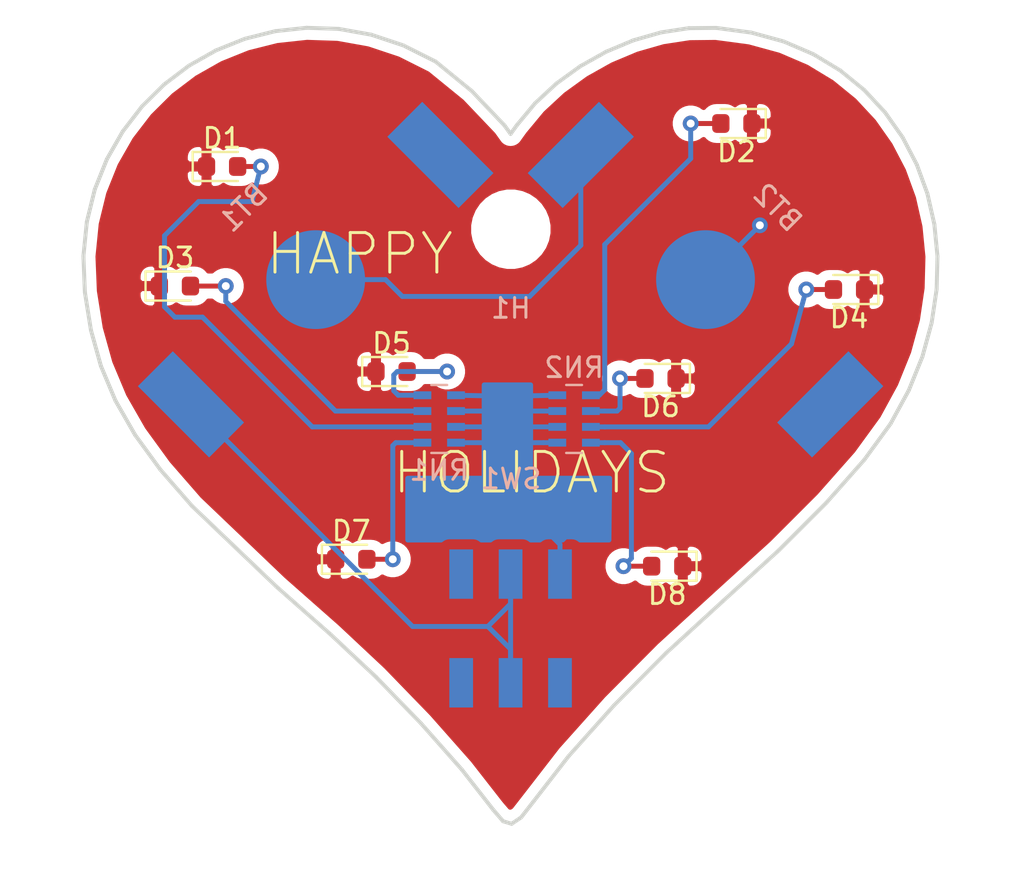
<source format=kicad_pcb>
(kicad_pcb (version 20171130) (host pcbnew "(5.1.5)-3")

  (general
    (thickness 1.6)
    (drawings 71)
    (tracks 89)
    (zones 0)
    (modules 14)
    (nets 16)
  )

  (page A4)
  (layers
    (0 F.Cu signal)
    (31 B.Cu signal)
    (32 B.Adhes user)
    (33 F.Adhes user)
    (34 B.Paste user)
    (35 F.Paste user)
    (36 B.SilkS user)
    (37 F.SilkS user)
    (38 B.Mask user)
    (39 F.Mask user)
    (40 Dwgs.User user)
    (41 Cmts.User user)
    (42 Eco1.User user)
    (43 Eco2.User user)
    (44 Edge.Cuts user)
    (45 Margin user)
    (46 B.CrtYd user)
    (47 F.CrtYd user)
    (48 B.Fab user)
    (49 F.Fab user)
  )

  (setup
    (last_trace_width 0.25)
    (trace_clearance 0.2)
    (zone_clearance 0.508)
    (zone_45_only no)
    (trace_min 0.2)
    (via_size 0.8)
    (via_drill 0.4)
    (via_min_size 0.4)
    (via_min_drill 0.3)
    (uvia_size 0.3)
    (uvia_drill 0.1)
    (uvias_allowed no)
    (uvia_min_size 0.2)
    (uvia_min_drill 0.1)
    (edge_width 0.05)
    (segment_width 0.2)
    (pcb_text_width 0.3)
    (pcb_text_size 1.5 1.5)
    (mod_edge_width 0.12)
    (mod_text_size 1 1)
    (mod_text_width 0.15)
    (pad_size 1.524 1.524)
    (pad_drill 0.762)
    (pad_to_mask_clearance 0.051)
    (solder_mask_min_width 0.25)
    (aux_axis_origin 0 0)
    (visible_elements 7FFFFFFF)
    (pcbplotparams
      (layerselection 0x010fc_ffffffff)
      (usegerberextensions false)
      (usegerberattributes false)
      (usegerberadvancedattributes false)
      (creategerberjobfile false)
      (excludeedgelayer true)
      (linewidth 0.100000)
      (plotframeref false)
      (viasonmask false)
      (mode 1)
      (useauxorigin false)
      (hpglpennumber 1)
      (hpglpenspeed 20)
      (hpglpendiameter 15.000000)
      (psnegative false)
      (psa4output false)
      (plotreference true)
      (plotvalue true)
      (plotinvisibletext false)
      (padsonsilk false)
      (subtractmaskfromsilk false)
      (outputformat 1)
      (mirror false)
      (drillshape 0)
      (scaleselection 1)
      (outputdirectory "gerbers/"))
  )

  (net 0 "")
  (net 1 GNDREF)
  (net 2 "Net-(D1-Pad2)")
  (net 3 "Net-(D2-Pad2)")
  (net 4 "Net-(D3-Pad2)")
  (net 5 "Net-(D4-Pad2)")
  (net 6 "Net-(D5-Pad2)")
  (net 7 "Net-(D6-Pad2)")
  (net 8 "Net-(D7-Pad2)")
  (net 9 "Net-(D8-Pad2)")
  (net 10 3v3)
  (net 11 "Net-(SW1-Pad6)")
  (net 12 "Net-(BT1-Pad1)")
  (net 13 "Net-(SW1-Pad4)")
  (net 14 "Net-(SW1-Pad3)")
  (net 15 "Net-(BT1-Pad2)")

  (net_class Default "This is the default net class."
    (clearance 0.2)
    (trace_width 0.25)
    (via_dia 0.8)
    (via_drill 0.4)
    (uvia_dia 0.3)
    (uvia_drill 0.1)
    (add_net 3v3)
    (add_net GNDREF)
    (add_net "Net-(BT1-Pad1)")
    (add_net "Net-(BT1-Pad2)")
    (add_net "Net-(D1-Pad2)")
    (add_net "Net-(D2-Pad2)")
    (add_net "Net-(D3-Pad2)")
    (add_net "Net-(D4-Pad2)")
    (add_net "Net-(D5-Pad2)")
    (add_net "Net-(D6-Pad2)")
    (add_net "Net-(D7-Pad2)")
    (add_net "Net-(D8-Pad2)")
    (add_net "Net-(SW1-Pad3)")
    (add_net "Net-(SW1-Pad4)")
    (add_net "Net-(SW1-Pad6)")
  )

  (module MountingHole:MountingHole_3mm (layer B.Cu) (tedit 56D1B4CB) (tstamp 5F9299C1)
    (at 105.125 28.15)
    (descr "Mounting Hole 3mm, no annular")
    (tags "mounting hole 3mm no annular")
    (path /5F925250)
    (attr virtual)
    (fp_text reference H1 (at 0 4) (layer B.SilkS)
      (effects (font (size 1 1) (thickness 0.15)) (justify mirror))
    )
    (fp_text value MountingHole (at 0 -4) (layer B.Fab)
      (effects (font (size 1 1) (thickness 0.15)) (justify mirror))
    )
    (fp_circle (center 0 0) (end 3.25 0) (layer B.CrtYd) (width 0.05))
    (fp_circle (center 0 0) (end 3 0) (layer Cmts.User) (width 0.15))
    (fp_text user %R (at 0.3 0) (layer B.Fab)
      (effects (font (size 1 1) (thickness 0.15)) (justify mirror))
    )
    (pad 1 np_thru_hole circle (at 0 0) (size 3 3) (drill 3) (layers *.Cu *.Mask))
  )

  (module BHX1-LR44-SM-Battery-Holder:BHX1-LR44-SM (layer B.Cu) (tedit 5F8E3BBC) (tstamp 5F8F7B4A)
    (at 114.975 30.7 135)
    (path /5F8FC5F6)
    (fp_text reference BT2 (at 0 5.1562 315) (layer B.SilkS)
      (effects (font (size 1 1) (thickness 0.15)) (justify mirror))
    )
    (fp_text value Battery_Cell (at -0.0254 -4.3434 315) (layer B.Fab)
      (effects (font (size 1 1) (thickness 0.15)) (justify mirror))
    )
    (pad 1 smd rect (at -8.925 0 135) (size 2.5 5.1) (layers B.Cu B.Paste B.Mask)
      (net 15 "Net-(BT1-Pad2)"))
    (pad 1 smd rect (at 8.925 0 135) (size 2.5 5.1) (layers B.Cu B.Paste B.Mask)
      (net 15 "Net-(BT1-Pad2)"))
    (pad 2 smd circle (at 0 0 135) (size 5 5) (layers B.Cu B.Paste B.Mask)
      (net 1 GNDREF))
  )

  (module BHX1-LR44-SM-Battery-Holder:BHX1-LR44-SM (layer B.Cu) (tedit 5F8E3BBC) (tstamp 5F8CE49D)
    (at 95.248402 30.7 225)
    (path /5F8C8C7A)
    (fp_text reference BT1 (at 0 5.1562 225) (layer B.SilkS)
      (effects (font (size 1 1) (thickness 0.15)) (justify mirror))
    )
    (fp_text value Battery_Cell (at -0.0254 -4.3434 225) (layer B.Fab)
      (effects (font (size 1 1) (thickness 0.15)) (justify mirror))
    )
    (pad 1 smd rect (at -8.925 0 225) (size 2.5 5.1) (layers B.Cu B.Paste B.Mask)
      (net 12 "Net-(BT1-Pad1)"))
    (pad 1 smd rect (at 8.925 0 225) (size 2.5 5.1) (layers B.Cu B.Paste B.Mask)
      (net 12 "Net-(BT1-Pad1)"))
    (pad 2 smd circle (at 0 0 225) (size 5 5) (layers B.Cu B.Paste B.Mask)
      (net 15 "Net-(BT1-Pad2)"))
  )

  (module JS202011SCQN:JS202011SCQN (layer B.Cu) (tedit 5E631814) (tstamp 5F8D3CE3)
    (at 105.111701 48.35 180)
    (path /5F8C9BC2)
    (fp_text reference SW1 (at -0.0254 7.5692) (layer B.SilkS)
      (effects (font (size 1 1) (thickness 0.15)) (justify mirror))
    )
    (fp_text value SW_Push_DPDT (at 0 5.8166) (layer B.Fab)
      (effects (font (size 1 1) (thickness 0.15)) (justify mirror))
    )
    (pad 6 smd rect (at 2.5 -2.75 180) (size 1.2 2.5) (layers B.Cu B.Paste B.Mask)
      (net 11 "Net-(SW1-Pad6)"))
    (pad 5 smd rect (at 0 -2.75 180) (size 1.2 2.5) (layers B.Cu B.Paste B.Mask)
      (net 12 "Net-(BT1-Pad1)"))
    (pad 4 smd rect (at -2.5 -2.75 180) (size 1.2 2.5) (layers B.Cu B.Paste B.Mask)
      (net 13 "Net-(SW1-Pad4)"))
    (pad 1 smd rect (at -2.5 2.75 180) (size 1.2 2.5) (layers B.Cu B.Paste B.Mask)
      (net 10 3v3))
    (pad 3 smd rect (at 2.5 2.75 180) (size 1.2 2.5) (layers B.Cu B.Paste B.Mask)
      (net 14 "Net-(SW1-Pad3)"))
    (pad 2 smd rect (at 0 2.75 180) (size 1.2 2.5) (layers B.Cu B.Paste B.Mask)
      (net 12 "Net-(BT1-Pad1)"))
  )

  (module LED_SMD:LED_0603_1608Metric (layer F.Cu) (tedit 5B301BBE) (tstamp 5F8F7AE2)
    (at 90.5125 24.975)
    (descr "LED SMD 0603 (1608 Metric), square (rectangular) end terminal, IPC_7351 nominal, (Body size source: http://www.tortai-tech.com/upload/download/2011102023233369053.pdf), generated with kicad-footprint-generator")
    (tags diode)
    (path /5F8CD152)
    (attr smd)
    (fp_text reference D1 (at 0 -1.43) (layer F.SilkS)
      (effects (font (size 1 1) (thickness 0.15)))
    )
    (fp_text value LED (at 0 1.43) (layer F.Fab)
      (effects (font (size 1 1) (thickness 0.15)))
    )
    (fp_line (start 0.8 -0.4) (end -0.5 -0.4) (layer F.Fab) (width 0.1))
    (fp_line (start -0.5 -0.4) (end -0.8 -0.1) (layer F.Fab) (width 0.1))
    (fp_line (start -0.8 -0.1) (end -0.8 0.4) (layer F.Fab) (width 0.1))
    (fp_line (start -0.8 0.4) (end 0.8 0.4) (layer F.Fab) (width 0.1))
    (fp_line (start 0.8 0.4) (end 0.8 -0.4) (layer F.Fab) (width 0.1))
    (fp_line (start 0.8 -0.735) (end -1.485 -0.735) (layer F.SilkS) (width 0.12))
    (fp_line (start -1.485 -0.735) (end -1.485 0.735) (layer F.SilkS) (width 0.12))
    (fp_line (start -1.485 0.735) (end 0.8 0.735) (layer F.SilkS) (width 0.12))
    (fp_line (start -1.48 0.73) (end -1.48 -0.73) (layer F.CrtYd) (width 0.05))
    (fp_line (start -1.48 -0.73) (end 1.48 -0.73) (layer F.CrtYd) (width 0.05))
    (fp_line (start 1.48 -0.73) (end 1.48 0.73) (layer F.CrtYd) (width 0.05))
    (fp_line (start 1.48 0.73) (end -1.48 0.73) (layer F.CrtYd) (width 0.05))
    (fp_text user %R (at 0 0) (layer F.Fab)
      (effects (font (size 0.4 0.4) (thickness 0.06)))
    )
    (pad 1 smd roundrect (at -0.7875 0) (size 0.875 0.95) (layers F.Cu F.Paste F.Mask) (roundrect_rratio 0.25)
      (net 1 GNDREF))
    (pad 2 smd roundrect (at 0.7875 0) (size 0.875 0.95) (layers F.Cu F.Paste F.Mask) (roundrect_rratio 0.25)
      (net 2 "Net-(D1-Pad2)"))
    (model ${KISYS3DMOD}/LED_SMD.3dshapes/LED_0603_1608Metric.wrl
      (at (xyz 0 0 0))
      (scale (xyz 1 1 1))
      (rotate (xyz 0 0 0))
    )
  )

  (module LED_SMD:LED_0603_1608Metric (layer F.Cu) (tedit 5B301BBE) (tstamp 5F8CE4C3)
    (at 116.5375 22.8 180)
    (descr "LED SMD 0603 (1608 Metric), square (rectangular) end terminal, IPC_7351 nominal, (Body size source: http://www.tortai-tech.com/upload/download/2011102023233369053.pdf), generated with kicad-footprint-generator")
    (tags diode)
    (path /5F8CEB62)
    (attr smd)
    (fp_text reference D2 (at 0 -1.43) (layer F.SilkS)
      (effects (font (size 1 1) (thickness 0.15)))
    )
    (fp_text value LED (at 0 1.43) (layer F.Fab)
      (effects (font (size 1 1) (thickness 0.15)))
    )
    (fp_text user %R (at 0 0) (layer F.Fab)
      (effects (font (size 0.4 0.4) (thickness 0.06)))
    )
    (fp_line (start 1.48 0.73) (end -1.48 0.73) (layer F.CrtYd) (width 0.05))
    (fp_line (start 1.48 -0.73) (end 1.48 0.73) (layer F.CrtYd) (width 0.05))
    (fp_line (start -1.48 -0.73) (end 1.48 -0.73) (layer F.CrtYd) (width 0.05))
    (fp_line (start -1.48 0.73) (end -1.48 -0.73) (layer F.CrtYd) (width 0.05))
    (fp_line (start -1.485 0.735) (end 0.8 0.735) (layer F.SilkS) (width 0.12))
    (fp_line (start -1.485 -0.735) (end -1.485 0.735) (layer F.SilkS) (width 0.12))
    (fp_line (start 0.8 -0.735) (end -1.485 -0.735) (layer F.SilkS) (width 0.12))
    (fp_line (start 0.8 0.4) (end 0.8 -0.4) (layer F.Fab) (width 0.1))
    (fp_line (start -0.8 0.4) (end 0.8 0.4) (layer F.Fab) (width 0.1))
    (fp_line (start -0.8 -0.1) (end -0.8 0.4) (layer F.Fab) (width 0.1))
    (fp_line (start -0.5 -0.4) (end -0.8 -0.1) (layer F.Fab) (width 0.1))
    (fp_line (start 0.8 -0.4) (end -0.5 -0.4) (layer F.Fab) (width 0.1))
    (pad 2 smd roundrect (at 0.7875 0 180) (size 0.875 0.95) (layers F.Cu F.Paste F.Mask) (roundrect_rratio 0.25)
      (net 3 "Net-(D2-Pad2)"))
    (pad 1 smd roundrect (at -0.7875 0 180) (size 0.875 0.95) (layers F.Cu F.Paste F.Mask) (roundrect_rratio 0.25)
      (net 1 GNDREF))
    (model ${KISYS3DMOD}/LED_SMD.3dshapes/LED_0603_1608Metric.wrl
      (at (xyz 0 0 0))
      (scale (xyz 1 1 1))
      (rotate (xyz 0 0 0))
    )
  )

  (module LED_SMD:LED_0603_1608Metric (layer F.Cu) (tedit 5B301BBE) (tstamp 5F8CE4D6)
    (at 88.125 31.025)
    (descr "LED SMD 0603 (1608 Metric), square (rectangular) end terminal, IPC_7351 nominal, (Body size source: http://www.tortai-tech.com/upload/download/2011102023233369053.pdf), generated with kicad-footprint-generator")
    (tags diode)
    (path /5F8CF130)
    (attr smd)
    (fp_text reference D3 (at 0 -1.43) (layer F.SilkS)
      (effects (font (size 1 1) (thickness 0.15)))
    )
    (fp_text value LED (at 0 1.43) (layer F.Fab)
      (effects (font (size 1 1) (thickness 0.15)))
    )
    (fp_line (start 0.8 -0.4) (end -0.5 -0.4) (layer F.Fab) (width 0.1))
    (fp_line (start -0.5 -0.4) (end -0.8 -0.1) (layer F.Fab) (width 0.1))
    (fp_line (start -0.8 -0.1) (end -0.8 0.4) (layer F.Fab) (width 0.1))
    (fp_line (start -0.8 0.4) (end 0.8 0.4) (layer F.Fab) (width 0.1))
    (fp_line (start 0.8 0.4) (end 0.8 -0.4) (layer F.Fab) (width 0.1))
    (fp_line (start 0.8 -0.735) (end -1.485 -0.735) (layer F.SilkS) (width 0.12))
    (fp_line (start -1.485 -0.735) (end -1.485 0.735) (layer F.SilkS) (width 0.12))
    (fp_line (start -1.485 0.735) (end 0.8 0.735) (layer F.SilkS) (width 0.12))
    (fp_line (start -1.48 0.73) (end -1.48 -0.73) (layer F.CrtYd) (width 0.05))
    (fp_line (start -1.48 -0.73) (end 1.48 -0.73) (layer F.CrtYd) (width 0.05))
    (fp_line (start 1.48 -0.73) (end 1.48 0.73) (layer F.CrtYd) (width 0.05))
    (fp_line (start 1.48 0.73) (end -1.48 0.73) (layer F.CrtYd) (width 0.05))
    (fp_text user %R (at 0 0) (layer F.Fab)
      (effects (font (size 0.4 0.4) (thickness 0.06)))
    )
    (pad 1 smd roundrect (at -0.7875 0) (size 0.875 0.95) (layers F.Cu F.Paste F.Mask) (roundrect_rratio 0.25)
      (net 1 GNDREF))
    (pad 2 smd roundrect (at 0.7875 0) (size 0.875 0.95) (layers F.Cu F.Paste F.Mask) (roundrect_rratio 0.25)
      (net 4 "Net-(D3-Pad2)"))
    (model ${KISYS3DMOD}/LED_SMD.3dshapes/LED_0603_1608Metric.wrl
      (at (xyz 0 0 0))
      (scale (xyz 1 1 1))
      (rotate (xyz 0 0 0))
    )
  )

  (module LED_SMD:LED_0603_1608Metric (layer F.Cu) (tedit 5B301BBE) (tstamp 5F8CE4E9)
    (at 122.2375 31.2 180)
    (descr "LED SMD 0603 (1608 Metric), square (rectangular) end terminal, IPC_7351 nominal, (Body size source: http://www.tortai-tech.com/upload/download/2011102023233369053.pdf), generated with kicad-footprint-generator")
    (tags diode)
    (path /5F8CF74A)
    (attr smd)
    (fp_text reference D4 (at 0 -1.43) (layer F.SilkS)
      (effects (font (size 1 1) (thickness 0.15)))
    )
    (fp_text value LED (at 0 1.43) (layer F.Fab)
      (effects (font (size 1 1) (thickness 0.15)))
    )
    (fp_text user %R (at 0 0) (layer F.Fab)
      (effects (font (size 0.4 0.4) (thickness 0.06)))
    )
    (fp_line (start 1.48 0.73) (end -1.48 0.73) (layer F.CrtYd) (width 0.05))
    (fp_line (start 1.48 -0.73) (end 1.48 0.73) (layer F.CrtYd) (width 0.05))
    (fp_line (start -1.48 -0.73) (end 1.48 -0.73) (layer F.CrtYd) (width 0.05))
    (fp_line (start -1.48 0.73) (end -1.48 -0.73) (layer F.CrtYd) (width 0.05))
    (fp_line (start -1.485 0.735) (end 0.8 0.735) (layer F.SilkS) (width 0.12))
    (fp_line (start -1.485 -0.735) (end -1.485 0.735) (layer F.SilkS) (width 0.12))
    (fp_line (start 0.8 -0.735) (end -1.485 -0.735) (layer F.SilkS) (width 0.12))
    (fp_line (start 0.8 0.4) (end 0.8 -0.4) (layer F.Fab) (width 0.1))
    (fp_line (start -0.8 0.4) (end 0.8 0.4) (layer F.Fab) (width 0.1))
    (fp_line (start -0.8 -0.1) (end -0.8 0.4) (layer F.Fab) (width 0.1))
    (fp_line (start -0.5 -0.4) (end -0.8 -0.1) (layer F.Fab) (width 0.1))
    (fp_line (start 0.8 -0.4) (end -0.5 -0.4) (layer F.Fab) (width 0.1))
    (pad 2 smd roundrect (at 0.7875 0 180) (size 0.875 0.95) (layers F.Cu F.Paste F.Mask) (roundrect_rratio 0.25)
      (net 5 "Net-(D4-Pad2)"))
    (pad 1 smd roundrect (at -0.7875 0 180) (size 0.875 0.95) (layers F.Cu F.Paste F.Mask) (roundrect_rratio 0.25)
      (net 1 GNDREF))
    (model ${KISYS3DMOD}/LED_SMD.3dshapes/LED_0603_1608Metric.wrl
      (at (xyz 0 0 0))
      (scale (xyz 1 1 1))
      (rotate (xyz 0 0 0))
    )
  )

  (module LED_SMD:LED_0603_1608Metric (layer F.Cu) (tedit 5B301BBE) (tstamp 5F8CE4FC)
    (at 99.0875 35.35)
    (descr "LED SMD 0603 (1608 Metric), square (rectangular) end terminal, IPC_7351 nominal, (Body size source: http://www.tortai-tech.com/upload/download/2011102023233369053.pdf), generated with kicad-footprint-generator")
    (tags diode)
    (path /5F8D5330)
    (attr smd)
    (fp_text reference D5 (at 0 -1.43) (layer F.SilkS)
      (effects (font (size 1 1) (thickness 0.15)))
    )
    (fp_text value LED (at 0 1.43) (layer F.Fab)
      (effects (font (size 1 1) (thickness 0.15)))
    )
    (fp_line (start 0.8 -0.4) (end -0.5 -0.4) (layer F.Fab) (width 0.1))
    (fp_line (start -0.5 -0.4) (end -0.8 -0.1) (layer F.Fab) (width 0.1))
    (fp_line (start -0.8 -0.1) (end -0.8 0.4) (layer F.Fab) (width 0.1))
    (fp_line (start -0.8 0.4) (end 0.8 0.4) (layer F.Fab) (width 0.1))
    (fp_line (start 0.8 0.4) (end 0.8 -0.4) (layer F.Fab) (width 0.1))
    (fp_line (start 0.8 -0.735) (end -1.485 -0.735) (layer F.SilkS) (width 0.12))
    (fp_line (start -1.485 -0.735) (end -1.485 0.735) (layer F.SilkS) (width 0.12))
    (fp_line (start -1.485 0.735) (end 0.8 0.735) (layer F.SilkS) (width 0.12))
    (fp_line (start -1.48 0.73) (end -1.48 -0.73) (layer F.CrtYd) (width 0.05))
    (fp_line (start -1.48 -0.73) (end 1.48 -0.73) (layer F.CrtYd) (width 0.05))
    (fp_line (start 1.48 -0.73) (end 1.48 0.73) (layer F.CrtYd) (width 0.05))
    (fp_line (start 1.48 0.73) (end -1.48 0.73) (layer F.CrtYd) (width 0.05))
    (fp_text user %R (at 0 0) (layer F.Fab)
      (effects (font (size 0.4 0.4) (thickness 0.06)))
    )
    (pad 1 smd roundrect (at -0.7875 0) (size 0.875 0.95) (layers F.Cu F.Paste F.Mask) (roundrect_rratio 0.25)
      (net 1 GNDREF))
    (pad 2 smd roundrect (at 0.7875 0) (size 0.875 0.95) (layers F.Cu F.Paste F.Mask) (roundrect_rratio 0.25)
      (net 6 "Net-(D5-Pad2)"))
    (model ${KISYS3DMOD}/LED_SMD.3dshapes/LED_0603_1608Metric.wrl
      (at (xyz 0 0 0))
      (scale (xyz 1 1 1))
      (rotate (xyz 0 0 0))
    )
  )

  (module LED_SMD:LED_0603_1608Metric (layer F.Cu) (tedit 5B301BBE) (tstamp 5F8CE50F)
    (at 112.7 35.7 180)
    (descr "LED SMD 0603 (1608 Metric), square (rectangular) end terminal, IPC_7351 nominal, (Body size source: http://www.tortai-tech.com/upload/download/2011102023233369053.pdf), generated with kicad-footprint-generator")
    (tags diode)
    (path /5F8D5336)
    (attr smd)
    (fp_text reference D6 (at 0 -1.43) (layer F.SilkS)
      (effects (font (size 1 1) (thickness 0.15)))
    )
    (fp_text value LED (at 0 1.43) (layer F.Fab)
      (effects (font (size 1 1) (thickness 0.15)))
    )
    (fp_text user %R (at 0 0) (layer F.Fab)
      (effects (font (size 0.4 0.4) (thickness 0.06)))
    )
    (fp_line (start 1.48 0.73) (end -1.48 0.73) (layer F.CrtYd) (width 0.05))
    (fp_line (start 1.48 -0.73) (end 1.48 0.73) (layer F.CrtYd) (width 0.05))
    (fp_line (start -1.48 -0.73) (end 1.48 -0.73) (layer F.CrtYd) (width 0.05))
    (fp_line (start -1.48 0.73) (end -1.48 -0.73) (layer F.CrtYd) (width 0.05))
    (fp_line (start -1.485 0.735) (end 0.8 0.735) (layer F.SilkS) (width 0.12))
    (fp_line (start -1.485 -0.735) (end -1.485 0.735) (layer F.SilkS) (width 0.12))
    (fp_line (start 0.8 -0.735) (end -1.485 -0.735) (layer F.SilkS) (width 0.12))
    (fp_line (start 0.8 0.4) (end 0.8 -0.4) (layer F.Fab) (width 0.1))
    (fp_line (start -0.8 0.4) (end 0.8 0.4) (layer F.Fab) (width 0.1))
    (fp_line (start -0.8 -0.1) (end -0.8 0.4) (layer F.Fab) (width 0.1))
    (fp_line (start -0.5 -0.4) (end -0.8 -0.1) (layer F.Fab) (width 0.1))
    (fp_line (start 0.8 -0.4) (end -0.5 -0.4) (layer F.Fab) (width 0.1))
    (pad 2 smd roundrect (at 0.7875 0 180) (size 0.875 0.95) (layers F.Cu F.Paste F.Mask) (roundrect_rratio 0.25)
      (net 7 "Net-(D6-Pad2)"))
    (pad 1 smd roundrect (at -0.7875 0 180) (size 0.875 0.95) (layers F.Cu F.Paste F.Mask) (roundrect_rratio 0.25)
      (net 1 GNDREF))
    (model ${KISYS3DMOD}/LED_SMD.3dshapes/LED_0603_1608Metric.wrl
      (at (xyz 0 0 0))
      (scale (xyz 1 1 1))
      (rotate (xyz 0 0 0))
    )
  )

  (module LED_SMD:LED_0603_1608Metric (layer F.Cu) (tedit 5B301BBE) (tstamp 5F8CE522)
    (at 97.05 44.85)
    (descr "LED SMD 0603 (1608 Metric), square (rectangular) end terminal, IPC_7351 nominal, (Body size source: http://www.tortai-tech.com/upload/download/2011102023233369053.pdf), generated with kicad-footprint-generator")
    (tags diode)
    (path /5F8D533C)
    (attr smd)
    (fp_text reference D7 (at 0 -1.43) (layer F.SilkS)
      (effects (font (size 1 1) (thickness 0.15)))
    )
    (fp_text value LED (at 0 1.43) (layer F.Fab)
      (effects (font (size 1 1) (thickness 0.15)))
    )
    (fp_line (start 0.8 -0.4) (end -0.5 -0.4) (layer F.Fab) (width 0.1))
    (fp_line (start -0.5 -0.4) (end -0.8 -0.1) (layer F.Fab) (width 0.1))
    (fp_line (start -0.8 -0.1) (end -0.8 0.4) (layer F.Fab) (width 0.1))
    (fp_line (start -0.8 0.4) (end 0.8 0.4) (layer F.Fab) (width 0.1))
    (fp_line (start 0.8 0.4) (end 0.8 -0.4) (layer F.Fab) (width 0.1))
    (fp_line (start 0.8 -0.735) (end -1.485 -0.735) (layer F.SilkS) (width 0.12))
    (fp_line (start -1.485 -0.735) (end -1.485 0.735) (layer F.SilkS) (width 0.12))
    (fp_line (start -1.485 0.735) (end 0.8 0.735) (layer F.SilkS) (width 0.12))
    (fp_line (start -1.48 0.73) (end -1.48 -0.73) (layer F.CrtYd) (width 0.05))
    (fp_line (start -1.48 -0.73) (end 1.48 -0.73) (layer F.CrtYd) (width 0.05))
    (fp_line (start 1.48 -0.73) (end 1.48 0.73) (layer F.CrtYd) (width 0.05))
    (fp_line (start 1.48 0.73) (end -1.48 0.73) (layer F.CrtYd) (width 0.05))
    (fp_text user %R (at 0 0) (layer F.Fab)
      (effects (font (size 0.4 0.4) (thickness 0.06)))
    )
    (pad 1 smd roundrect (at -0.7875 0) (size 0.875 0.95) (layers F.Cu F.Paste F.Mask) (roundrect_rratio 0.25)
      (net 1 GNDREF))
    (pad 2 smd roundrect (at 0.7875 0) (size 0.875 0.95) (layers F.Cu F.Paste F.Mask) (roundrect_rratio 0.25)
      (net 8 "Net-(D7-Pad2)"))
    (model ${KISYS3DMOD}/LED_SMD.3dshapes/LED_0603_1608Metric.wrl
      (at (xyz 0 0 0))
      (scale (xyz 1 1 1))
      (rotate (xyz 0 0 0))
    )
  )

  (module LED_SMD:LED_0603_1608Metric (layer F.Cu) (tedit 5B301BBE) (tstamp 5F8CE535)
    (at 113.0375 45.2 180)
    (descr "LED SMD 0603 (1608 Metric), square (rectangular) end terminal, IPC_7351 nominal, (Body size source: http://www.tortai-tech.com/upload/download/2011102023233369053.pdf), generated with kicad-footprint-generator")
    (tags diode)
    (path /5F8D5342)
    (attr smd)
    (fp_text reference D8 (at 0 -1.43) (layer F.SilkS)
      (effects (font (size 1 1) (thickness 0.15)))
    )
    (fp_text value LED (at 0 1.43) (layer F.Fab)
      (effects (font (size 1 1) (thickness 0.15)))
    )
    (fp_text user %R (at 0 0) (layer F.Fab)
      (effects (font (size 0.4 0.4) (thickness 0.06)))
    )
    (fp_line (start 1.48 0.73) (end -1.48 0.73) (layer F.CrtYd) (width 0.05))
    (fp_line (start 1.48 -0.73) (end 1.48 0.73) (layer F.CrtYd) (width 0.05))
    (fp_line (start -1.48 -0.73) (end 1.48 -0.73) (layer F.CrtYd) (width 0.05))
    (fp_line (start -1.48 0.73) (end -1.48 -0.73) (layer F.CrtYd) (width 0.05))
    (fp_line (start -1.485 0.735) (end 0.8 0.735) (layer F.SilkS) (width 0.12))
    (fp_line (start -1.485 -0.735) (end -1.485 0.735) (layer F.SilkS) (width 0.12))
    (fp_line (start 0.8 -0.735) (end -1.485 -0.735) (layer F.SilkS) (width 0.12))
    (fp_line (start 0.8 0.4) (end 0.8 -0.4) (layer F.Fab) (width 0.1))
    (fp_line (start -0.8 0.4) (end 0.8 0.4) (layer F.Fab) (width 0.1))
    (fp_line (start -0.8 -0.1) (end -0.8 0.4) (layer F.Fab) (width 0.1))
    (fp_line (start -0.5 -0.4) (end -0.8 -0.1) (layer F.Fab) (width 0.1))
    (fp_line (start 0.8 -0.4) (end -0.5 -0.4) (layer F.Fab) (width 0.1))
    (pad 2 smd roundrect (at 0.7875 0 180) (size 0.875 0.95) (layers F.Cu F.Paste F.Mask) (roundrect_rratio 0.25)
      (net 9 "Net-(D8-Pad2)"))
    (pad 1 smd roundrect (at -0.7875 0 180) (size 0.875 0.95) (layers F.Cu F.Paste F.Mask) (roundrect_rratio 0.25)
      (net 1 GNDREF))
    (model ${KISYS3DMOD}/LED_SMD.3dshapes/LED_0603_1608Metric.wrl
      (at (xyz 0 0 0))
      (scale (xyz 1 1 1))
      (rotate (xyz 0 0 0))
    )
  )

  (module Resistor_SMD:R_Array_Concave_4x0603 (layer B.Cu) (tedit 58E0A85E) (tstamp 5F8CE54C)
    (at 101.5 37.75)
    (descr "Thick Film Chip Resistor Array, Wave soldering, Vishay CRA06P (see cra06p.pdf)")
    (tags "resistor array")
    (path /5F8CAEFF)
    (attr smd)
    (fp_text reference RN1 (at 0 2.6 180) (layer B.SilkS)
      (effects (font (size 1 1) (thickness 0.15)) (justify mirror))
    )
    (fp_text value R_Pack04 (at 0 -2.6 180) (layer B.Fab)
      (effects (font (size 1 1) (thickness 0.15)) (justify mirror))
    )
    (fp_text user %R (at 0 0 -270) (layer B.Fab)
      (effects (font (size 0.5 0.5) (thickness 0.075)) (justify mirror))
    )
    (fp_line (start -0.8 1.6) (end 0.8 1.6) (layer B.Fab) (width 0.1))
    (fp_line (start 0.8 1.6) (end 0.8 -1.6) (layer B.Fab) (width 0.1))
    (fp_line (start 0.8 -1.6) (end -0.8 -1.6) (layer B.Fab) (width 0.1))
    (fp_line (start -0.8 -1.6) (end -0.8 1.6) (layer B.Fab) (width 0.1))
    (fp_line (start 0.4 -1.72) (end -0.4 -1.72) (layer B.SilkS) (width 0.12))
    (fp_line (start 0.4 1.72) (end -0.4 1.72) (layer B.SilkS) (width 0.12))
    (fp_line (start -1.55 1.88) (end 1.55 1.88) (layer B.CrtYd) (width 0.05))
    (fp_line (start -1.55 1.88) (end -1.55 -1.87) (layer B.CrtYd) (width 0.05))
    (fp_line (start 1.55 -1.87) (end 1.55 1.88) (layer B.CrtYd) (width 0.05))
    (fp_line (start 1.55 -1.87) (end -1.55 -1.87) (layer B.CrtYd) (width 0.05))
    (pad 2 smd rect (at -0.85 0.4) (size 0.9 0.4) (layers B.Cu B.Paste B.Mask)
      (net 2 "Net-(D1-Pad2)"))
    (pad 3 smd rect (at -0.85 -0.4) (size 0.9 0.4) (layers B.Cu B.Paste B.Mask)
      (net 4 "Net-(D3-Pad2)"))
    (pad 1 smd rect (at -0.85 1.2) (size 0.9 0.4) (layers B.Cu B.Paste B.Mask)
      (net 8 "Net-(D7-Pad2)"))
    (pad 4 smd rect (at -0.85 -1.2) (size 0.9 0.4) (layers B.Cu B.Paste B.Mask)
      (net 6 "Net-(D5-Pad2)"))
    (pad 8 smd rect (at 0.85 1.2) (size 0.9 0.4) (layers B.Cu B.Paste B.Mask)
      (net 10 3v3))
    (pad 7 smd rect (at 0.85 0.4) (size 0.9 0.4) (layers B.Cu B.Paste B.Mask)
      (net 10 3v3))
    (pad 6 smd rect (at 0.85 -0.4) (size 0.9 0.4) (layers B.Cu B.Paste B.Mask)
      (net 10 3v3))
    (pad 5 smd rect (at 0.85 -1.2) (size 0.9 0.4) (layers B.Cu B.Paste B.Mask)
      (net 10 3v3))
    (model ${KISYS3DMOD}/Resistor_SMD.3dshapes/R_Array_Concave_4x0603.wrl
      (at (xyz 0 0 0))
      (scale (xyz 1 1 1))
      (rotate (xyz 0 0 0))
    )
  )

  (module Resistor_SMD:R_Array_Concave_4x0603 (layer B.Cu) (tedit 58E0A85E) (tstamp 5F8F9034)
    (at 108.325 37.75 180)
    (descr "Thick Film Chip Resistor Array, Wave soldering, Vishay CRA06P (see cra06p.pdf)")
    (tags "resistor array")
    (path /5F8D532A)
    (attr smd)
    (fp_text reference RN2 (at 0 2.6) (layer B.SilkS)
      (effects (font (size 1 1) (thickness 0.15)) (justify mirror))
    )
    (fp_text value R_Pack04 (at 0 -2.6) (layer B.Fab)
      (effects (font (size 1 1) (thickness 0.15)) (justify mirror))
    )
    (fp_line (start 1.55 -1.87) (end -1.55 -1.87) (layer B.CrtYd) (width 0.05))
    (fp_line (start 1.55 -1.87) (end 1.55 1.88) (layer B.CrtYd) (width 0.05))
    (fp_line (start -1.55 1.88) (end -1.55 -1.87) (layer B.CrtYd) (width 0.05))
    (fp_line (start -1.55 1.88) (end 1.55 1.88) (layer B.CrtYd) (width 0.05))
    (fp_line (start 0.4 1.72) (end -0.4 1.72) (layer B.SilkS) (width 0.12))
    (fp_line (start 0.4 -1.72) (end -0.4 -1.72) (layer B.SilkS) (width 0.12))
    (fp_line (start -0.8 -1.6) (end -0.8 1.6) (layer B.Fab) (width 0.1))
    (fp_line (start 0.8 -1.6) (end -0.8 -1.6) (layer B.Fab) (width 0.1))
    (fp_line (start 0.8 1.6) (end 0.8 -1.6) (layer B.Fab) (width 0.1))
    (fp_line (start -0.8 1.6) (end 0.8 1.6) (layer B.Fab) (width 0.1))
    (fp_text user %R (at 0 0 270) (layer B.Fab)
      (effects (font (size 0.5 0.5) (thickness 0.075)) (justify mirror))
    )
    (pad 5 smd rect (at 0.85 -1.2 180) (size 0.9 0.4) (layers B.Cu B.Paste B.Mask)
      (net 10 3v3))
    (pad 6 smd rect (at 0.85 -0.4 180) (size 0.9 0.4) (layers B.Cu B.Paste B.Mask)
      (net 10 3v3))
    (pad 7 smd rect (at 0.85 0.4 180) (size 0.9 0.4) (layers B.Cu B.Paste B.Mask)
      (net 10 3v3))
    (pad 8 smd rect (at 0.85 1.2 180) (size 0.9 0.4) (layers B.Cu B.Paste B.Mask)
      (net 10 3v3))
    (pad 4 smd rect (at -0.85 -1.2 180) (size 0.9 0.4) (layers B.Cu B.Paste B.Mask)
      (net 9 "Net-(D8-Pad2)"))
    (pad 1 smd rect (at -0.85 1.2 180) (size 0.9 0.4) (layers B.Cu B.Paste B.Mask)
      (net 3 "Net-(D2-Pad2)"))
    (pad 3 smd rect (at -0.85 -0.4 180) (size 0.9 0.4) (layers B.Cu B.Paste B.Mask)
      (net 5 "Net-(D4-Pad2)"))
    (pad 2 smd rect (at -0.85 0.4 180) (size 0.9 0.4) (layers B.Cu B.Paste B.Mask)
      (net 7 "Net-(D6-Pad2)"))
    (model ${KISYS3DMOD}/Resistor_SMD.3dshapes/R_Array_Concave_4x0603.wrl
      (at (xyz 0 0 0))
      (scale (xyz 1 1 1))
      (rotate (xyz 0 0 0))
    )
  )

  (gr_text HOLIDAYS (at 106.175 40.475) (layer F.SilkS)
    (effects (font (size 2 2) (thickness 0.15)))
  )
  (gr_text HAPPY (at 97.475 29.4) (layer F.SilkS)
    (effects (font (size 2 2) (thickness 0.15)))
  )
  (gr_line (start 102.642787 55.489251) (end 100.584966 53.162066) (layer Edge.Cuts) (width 0.2))
  (gr_line (start 96.008403 48.656745) (end 93.262943 46.234485) (layer Edge.Cuts) (width 0.2))
  (gr_line (start 98.297048 50.802101) (end 96.008403 48.656745) (layer Edge.Cuts) (width 0.2))
  (gr_line (start 100.584966 53.162066) (end 98.297048 50.802101) (layer Edge.Cuts) (width 0.2))
  (gr_line (start 104.241143 57.536265) (end 102.642787 55.489251) (layer Edge.Cuts) (width 0.2))
  (gr_line (start 125.951277 34.593525) (end 125.260948 36.301281) (layer Edge.Cuts) (width 0.2))
  (gr_line (start 121.791519 20.114875) (end 123.003363 21.102061) (layer Edge.Cuts) (width 0.2))
  (gr_line (start 118.682624 44.397297) (end 115.876799 46.947965) (layer Edge.Cuts) (width 0.2))
  (gr_line (start 124.340329 37.990145) (end 123.008062 39.819244) (layer Edge.Cuts) (width 0.2))
  (gr_line (start 121.090937 41.988009) (end 118.682624 44.397297) (layer Edge.Cuts) (width 0.2))
  (gr_line (start 123.003363 21.102061) (end 124.057777 22.235717) (layer Edge.Cuts) (width 0.2))
  (gr_line (start 106.269949 57.108665) (end 105.644358 57.911437) (layer Edge.Cuts) (width 0.2))
  (gr_line (start 104.241109 57.536285) (end 104.241143 57.536265) (layer Edge.Cuts) (width 0.2))
  (gr_line (start 112.720969 18.190824) (end 114.131189 17.975187) (layer Edge.Cuts) (width 0.2))
  (gr_line (start 104.73089 58.103971) (end 104.241109 57.536285) (layer Edge.Cuts) (width 0.2))
  (gr_line (start 124.947475 23.499306) (end 125.66517 24.876291) (layer Edge.Cuts) (width 0.2))
  (gr_line (start 105.164989 58.236114) (end 104.73089 58.103971) (layer Edge.Cuts) (width 0.2))
  (gr_line (start 105.644358 57.911437) (end 105.164989 58.236114) (layer Edge.Cuts) (width 0.2))
  (gr_line (start 126.203577 26.350138) (end 126.55541 27.90431) (layer Edge.Cuts) (width 0.2))
  (gr_line (start 120.429531 19.290694) (end 121.791519 20.114875) (layer Edge.Cuts) (width 0.2))
  (gr_line (start 118.924684 18.646055) (end 120.429531 19.290694) (layer Edge.Cuts) (width 0.2))
  (gr_line (start 108.048114 54.81209) (end 106.269949 57.108665) (layer Edge.Cuts) (width 0.2))
  (gr_line (start 110.332025 52.257879) (end 108.048114 54.81209) (layer Edge.Cuts) (width 0.2))
  (gr_line (start 115.876799 46.947965) (end 112.986611 49.588885) (layer Edge.Cuts) (width 0.2))
  (gr_line (start 126.670208 31.187484) (end 126.418602 32.883414) (layer Edge.Cuts) (width 0.2))
  (gr_line (start 112.986611 49.588885) (end 110.332025 52.257879) (layer Edge.Cuts) (width 0.2))
  (gr_line (start 123.008062 39.819244) (end 121.090937 41.988009) (layer Edge.Cuts) (width 0.2))
  (gr_line (start 126.713382 29.522271) (end 126.670208 31.187484) (layer Edge.Cuts) (width 0.2))
  (gr_line (start 124.057777 22.235717) (end 124.947475 23.499306) (layer Edge.Cuts) (width 0.2))
  (gr_line (start 125.260948 36.301281) (end 124.340329 37.990145) (layer Edge.Cuts) (width 0.2))
  (gr_line (start 126.418602 32.883414) (end 125.951277 34.593525) (layer Edge.Cuts) (width 0.2))
  (gr_line (start 117.284265 18.197493) (end 118.924684 18.646055) (layer Edge.Cuts) (width 0.2))
  (gr_line (start 126.55541 27.90431) (end 126.713382 29.522271) (layer Edge.Cuts) (width 0.2))
  (gr_line (start 115.515559 17.961545) (end 117.284265 18.197493) (layer Edge.Cuts) (width 0.2))
  (gr_line (start 114.131189 17.975187) (end 115.515559 17.961545) (layer Edge.Cuts) (width 0.2))
  (gr_line (start 125.66517 24.876291) (end 126.203577 26.350138) (layer Edge.Cuts) (width 0.2))
  (gr_line (start 87.388396 40.313586) (end 86.108057 38.552994) (layer Edge.Cuts) (width 0.2))
  (gr_line (start 93.199734 18.127836) (end 94.79013 17.956307) (layer Edge.Cuts) (width 0.2))
  (gr_line (start 98.058298 18.305643) (end 99.697483 18.851895) (layer Edge.Cuts) (width 0.2))
  (gr_line (start 94.79013 17.956307) (end 96.416083 18.011345) (layer Edge.Cuts) (width 0.2))
  (gr_line (start 91.664189 18.513235) (end 93.199734 18.127836) (layer Edge.Cuts) (width 0.2))
  (gr_line (start 88.834826 19.87487) (end 90.202788 19.099811) (layer Edge.Cuts) (width 0.2))
  (gr_line (start 85.484507 23.203999) (end 86.456391 21.939658) (layer Edge.Cuts) (width 0.2))
  (gr_line (start 84.683237 24.606045) (end 85.484507 23.203999) (layer Edge.Cuts) (width 0.2))
  (gr_line (start 83.877556 33.260162) (end 83.570173 31.337395) (layer Edge.Cuts) (width 0.2))
  (gr_line (start 86.108057 38.552994) (end 85.116283 36.82152) (layer Edge.Cuts) (width 0.2))
  (gr_line (start 88.987512 42.149738) (end 87.388396 40.313586) (layer Edge.Cuts) (width 0.2))
  (gr_line (start 87.579595 20.825717) (end 88.834826 19.87487) (layer Edge.Cuts) (width 0.2))
  (gr_line (start 86.456391 21.939658) (end 87.579595 20.825717) (layer Edge.Cuts) (width 0.2))
  (gr_line (start 84.071875 26.133102) (end 84.683237 24.606045) (layer Edge.Cuts) (width 0.2))
  (gr_line (start 83.496049 29.511471) (end 83.669714 27.772475) (layer Edge.Cuts) (width 0.2))
  (gr_line (start 83.570173 31.337395) (end 83.496049 29.511471) (layer Edge.Cuts) (width 0.2))
  (gr_line (start 85.116283 36.82152) (end 84.382854 35.072723) (layer Edge.Cuts) (width 0.2))
  (gr_line (start 84.382854 35.072723) (end 83.877556 33.260162) (layer Edge.Cuts) (width 0.2))
  (gr_line (start 90.202788 19.099811) (end 91.664189 18.513235) (layer Edge.Cuts) (width 0.2))
  (gr_line (start 108.639846 19.900859) (end 109.944834 19.168545) (layer Edge.Cuts) (width 0.2))
  (gr_line (start 111.315363 18.593572) (end 112.720969 18.190824) (layer Edge.Cuts) (width 0.2))
  (gr_line (start 109.944834 19.168545) (end 111.315363 18.593572) (layer Edge.Cuts) (width 0.2))
  (gr_line (start 107.430862 20.775628) (end 108.639846 19.900859) (layer Edge.Cuts) (width 0.2))
  (gr_line (start 83.669714 27.772475) (end 84.071875 26.133102) (layer Edge.Cuts) (width 0.2))
  (gr_line (start 104.800643 22.892995) (end 105.111701 23.326488) (layer Edge.Cuts) (width 0.2))
  (gr_line (start 106.348345 21.777969) (end 107.430862 20.775628) (layer Edge.Cuts) (width 0.2))
  (gr_line (start 105.422759 22.892995) (end 106.348345 21.777969) (layer Edge.Cuts) (width 0.2))
  (gr_line (start 105.111701 23.326488) (end 105.422759 22.892995) (layer Edge.Cuts) (width 0.2))
  (gr_line (start 93.262943 46.234485) (end 88.987512 42.149738) (layer Edge.Cuts) (width 0.2))
  (gr_line (start 103.144906 21.153695) (end 104.800643 22.892995) (layer Edge.Cuts) (width 0.2))
  (gr_line (start 101.314343 19.662795) (end 103.144906 21.153695) (layer Edge.Cuts) (width 0.2))
  (gr_line (start 99.697483 18.851895) (end 101.314343 19.662795) (layer Edge.Cuts) (width 0.2))
  (gr_line (start 96.416083 18.011345) (end 98.058298 18.305643) (layer Edge.Cuts) (width 0.2))

  (via (at 117.725 27.95) (size 0.8) (drill 0.4) (layers F.Cu B.Cu) (net 1))
  (segment (start 114.975 30.7) (end 117.725 27.95) (width 0.25) (layer B.Cu) (net 1))
  (segment (start 95.075 38.15) (end 100.65 38.15) (width 0.25) (layer B.Cu) (net 2))
  (segment (start 88.125 32.6) (end 89.525 32.6) (width 0.25) (layer B.Cu) (net 2))
  (segment (start 87.6 32.075) (end 88.125 32.6) (width 0.25) (layer B.Cu) (net 2))
  (segment (start 92.475 24.975) (end 92.025 26.75) (width 0.25) (layer B.Cu) (net 2))
  (via (at 92.475 24.975) (size 0.8) (drill 0.4) (layers F.Cu B.Cu) (net 2))
  (segment (start 89.525 32.6) (end 95.075 38.15) (width 0.25) (layer B.Cu) (net 2))
  (segment (start 92.025 26.75) (end 89.325 26.75) (width 0.25) (layer B.Cu) (net 2))
  (segment (start 89.325 26.75) (end 87.6 28.475) (width 0.25) (layer B.Cu) (net 2))
  (segment (start 87.6 28.475) (end 87.6 32.075) (width 0.25) (layer B.Cu) (net 2))
  (segment (start 92.475 24.975) (end 91.3 24.975) (width 0.25) (layer F.Cu) (net 2))
  (segment (start 109.175 36.55) (end 109.6 36.55) (width 0.25) (layer B.Cu) (net 3))
  (segment (start 109.6 36.55) (end 109.875 36.275) (width 0.25) (layer B.Cu) (net 3))
  (segment (start 109.875 36.275) (end 109.875 31.8) (width 0.25) (layer B.Cu) (net 3))
  (segment (start 109.875 31.8) (end 109.875 28.925) (width 0.25) (layer B.Cu) (net 3))
  (via (at 114.225 22.8) (size 0.8) (drill 0.4) (layers F.Cu B.Cu) (net 3))
  (segment (start 109.875 28.925) (end 114.225 24.575) (width 0.25) (layer B.Cu) (net 3))
  (segment (start 114.225 24.575) (end 114.225 22.8) (width 0.25) (layer B.Cu) (net 3))
  (segment (start 114.225 22.8) (end 115.75 22.8) (width 0.25) (layer F.Cu) (net 3))
  (segment (start 90.7 31.025) (end 88.9125 31.025) (width 0.25) (layer F.Cu) (net 4))
  (via (at 90.7 31.025) (size 0.8) (drill 0.4) (layers F.Cu B.Cu) (net 4))
  (segment (start 90.7 31.8) (end 90.7 31.025) (width 0.25) (layer B.Cu) (net 4))
  (segment (start 100.65 37.35) (end 96.25 37.35) (width 0.25) (layer B.Cu) (net 4))
  (segment (start 96.25 37.35) (end 90.7 31.8) (width 0.25) (layer B.Cu) (net 4))
  (segment (start 120.075 31.2) (end 121.45 31.2) (width 0.25) (layer F.Cu) (net 5))
  (segment (start 120.075 31.2) (end 119.325 33.95) (width 0.25) (layer B.Cu) (net 5))
  (via (at 120.075 31.2) (size 0.8) (drill 0.4) (layers F.Cu B.Cu) (net 5))
  (segment (start 119.325 33.95) (end 115.125 38.15) (width 0.25) (layer B.Cu) (net 5))
  (segment (start 115.125 38.15) (end 109.875 38.15) (width 0.25) (layer B.Cu) (net 5))
  (segment (start 109.875 38.15) (end 109.175 38.15) (width 0.25) (layer B.Cu) (net 5))
  (via (at 101.9 35.35) (size 0.8) (drill 0.4) (layers F.Cu B.Cu) (net 6))
  (segment (start 101.9 35.35) (end 99.875 35.35) (width 0.25) (layer F.Cu) (net 6))
  (segment (start 99.375 35.35) (end 101.9 35.35) (width 0.25) (layer B.Cu) (net 6))
  (segment (start 99.2 36.325) (end 99.2 35.525) (width 0.25) (layer B.Cu) (net 6))
  (segment (start 100.65 36.55) (end 99.425 36.55) (width 0.25) (layer B.Cu) (net 6))
  (segment (start 99.2 35.525) (end 99.375 35.35) (width 0.25) (layer B.Cu) (net 6))
  (segment (start 99.425 36.55) (end 99.2 36.325) (width 0.25) (layer B.Cu) (net 6))
  (segment (start 109.175 37.35) (end 109.875 37.35) (width 0.25) (layer B.Cu) (net 7))
  (segment (start 109.875 37.35) (end 110.5 37.35) (width 0.25) (layer B.Cu) (net 7))
  (via (at 110.65 35.7) (size 0.8) (drill 0.4) (layers F.Cu B.Cu) (net 7))
  (segment (start 110.5 37.35) (end 110.65 37.2) (width 0.25) (layer B.Cu) (net 7))
  (segment (start 110.65 37.2) (end 110.65 35.7) (width 0.25) (layer B.Cu) (net 7))
  (segment (start 110.65 35.7) (end 111.9125 35.7) (width 0.25) (layer F.Cu) (net 7))
  (segment (start 100.65 38.95) (end 99.3 38.95) (width 0.25) (layer B.Cu) (net 8))
  (segment (start 99.3 38.95) (end 99.15 39.1) (width 0.25) (layer B.Cu) (net 8))
  (via (at 99.15 44.85) (size 0.8) (drill 0.4) (layers F.Cu B.Cu) (net 8))
  (segment (start 99.15 39.1) (end 99.15 44.85) (width 0.25) (layer B.Cu) (net 8))
  (segment (start 99.15 44.85) (end 97.8375 44.85) (width 0.25) (layer F.Cu) (net 8))
  (segment (start 109.175 38.95) (end 109.875 38.95) (width 0.25) (layer B.Cu) (net 9))
  (segment (start 109.875 38.95) (end 110.675 38.95) (width 0.25) (layer B.Cu) (net 9))
  (segment (start 110.675 38.95) (end 111.225 39.5) (width 0.25) (layer B.Cu) (net 9))
  (segment (start 111.225 39.5) (end 111.225 44.8) (width 0.25) (layer B.Cu) (net 9))
  (via (at 110.825 45.2) (size 0.8) (drill 0.4) (layers F.Cu B.Cu) (net 9))
  (segment (start 111.225 44.8) (end 110.825 45.2) (width 0.25) (layer B.Cu) (net 9))
  (segment (start 110.825 45.2) (end 112.25 45.2) (width 0.25) (layer F.Cu) (net 9))
  (segment (start 107.611701 44.1) (end 106.011701 42.5) (width 0.25) (layer B.Cu) (net 10))
  (segment (start 107.611701 45.6) (end 107.611701 44.1) (width 0.25) (layer B.Cu) (net 10))
  (segment (start 106.011701 42.5) (end 105.375 42.5) (width 0.25) (layer B.Cu) (net 10))
  (segment (start 107.475 37.35) (end 102.35 37.35) (width 0.25) (layer B.Cu) (net 10))
  (segment (start 107.475 38.95) (end 106.775 38.95) (width 0.25) (layer B.Cu) (net 10))
  (segment (start 104.875 38.95) (end 102.35 38.95) (width 0.25) (layer B.Cu) (net 10))
  (segment (start 106.775 38.95) (end 104.875 38.95) (width 0.25) (layer B.Cu) (net 10))
  (segment (start 104.875 36.675) (end 104.95 36.6) (width 0.25) (layer B.Cu) (net 10))
  (segment (start 102.35 36.55) (end 104.95 36.6) (width 0.25) (layer B.Cu) (net 10))
  (segment (start 104.95 36.6) (end 107.475 36.55) (width 0.25) (layer B.Cu) (net 10))
  (segment (start 104.875 39.075) (end 104.9 39.1) (width 0.25) (layer B.Cu) (net 10))
  (segment (start 104.875 37.325) (end 104.875 39.075) (width 0.25) (layer B.Cu) (net 10))
  (segment (start 104.875 38.95) (end 104.875 37.325) (width 0.25) (layer B.Cu) (net 10))
  (segment (start 104.9 39.1) (end 104.875 41.825) (width 0.25) (layer B.Cu) (net 10))
  (segment (start 104.875 37.325) (end 104.875 36.675) (width 0.25) (layer B.Cu) (net 10))
  (segment (start 104.875 38.95) (end 104.9 39.1) (width 0.25) (layer B.Cu) (net 10))
  (segment (start 104.925 38.15) (end 104.925 37.375) (width 0.25) (layer B.Cu) (net 10))
  (segment (start 104.925 38.15) (end 107.475 38.15) (width 0.25) (layer B.Cu) (net 10))
  (segment (start 104.925 37.375) (end 104.875 37.325) (width 0.25) (layer B.Cu) (net 10))
  (segment (start 102.35 38.15) (end 104.925 38.15) (width 0.25) (layer B.Cu) (net 10))
  (segment (start 105.111701 51.1) (end 105.111701 45.6) (width 0.25) (layer B.Cu) (net 12))
  (segment (start 103.961701 48.25) (end 105.111701 47.1) (width 0.25) (layer B.Cu) (net 12))
  (segment (start 100.15 48.25) (end 103.961701 48.25) (width 0.25) (layer B.Cu) (net 12))
  (segment (start 105.111701 47.1) (end 105.111701 45.6) (width 0.25) (layer B.Cu) (net 12))
  (segment (start 88.937474 37.037474) (end 100.15 48.25) (width 0.25) (layer B.Cu) (net 12))
  (segment (start 88.937474 37.010928) (end 88.937474 37.037474) (width 0.25) (layer B.Cu) (net 12))
  (segment (start 105.111701 49.4) (end 105.111701 51.1) (width 0.25) (layer B.Cu) (net 12))
  (segment (start 103.961701 48.25) (end 105.111701 49.4) (width 0.25) (layer B.Cu) (net 12))
  (segment (start 98.783935 30.7) (end 99.633935 31.55) (width 0.25) (layer B.Cu) (net 15))
  (segment (start 95.248402 30.7) (end 98.783935 30.7) (width 0.25) (layer B.Cu) (net 15))
  (segment (start 99.633935 31.55) (end 106.075 31.55) (width 0.25) (layer B.Cu) (net 15))
  (segment (start 108.664072 28.960928) (end 108.664072 24.389072) (width 0.25) (layer B.Cu) (net 15))
  (segment (start 106.075 31.55) (end 108.664072 28.960928) (width 0.25) (layer B.Cu) (net 15))

  (zone (net 1) (net_name GNDREF) (layer F.Cu) (tstamp 0) (hatch edge 0.508)
    (connect_pads (clearance 0.508))
    (min_thickness 0.254)
    (fill yes (arc_segments 32) (thermal_gap 0.508) (thermal_bridge_width 0.508))
    (polygon
      (pts
        (xy 131.1 24.025) (xy 128.175 51.725) (xy 104.25 61.35) (xy 79.275 57.375) (xy 79.725 16.75)
        (xy 126.85 16.55)
      )
    )
    (filled_polygon
      (pts
        (xy 96.338425 18.744137) (xy 97.876344 19.019744) (xy 99.415107 19.532532) (xy 100.912733 20.283634) (xy 102.644657 21.694198)
        (xy 104.233174 23.362886) (xy 104.479123 23.705642) (xy 104.484268 23.716093) (xy 104.521268 23.764377) (xy 104.535583 23.784326)
        (xy 104.543221 23.793024) (xy 104.572332 23.831013) (xy 104.590885 23.847304) (xy 104.607176 23.865857) (xy 104.645166 23.894969)
        (xy 104.681124 23.926544) (xy 104.702497 23.938902) (xy 104.722096 23.953921) (xy 104.765033 23.975061) (xy 104.806462 23.999016)
        (xy 104.829834 24.006966) (xy 104.851988 24.017874) (xy 104.898234 24.030233) (xy 104.943531 24.045642) (xy 104.968004 24.04888)
        (xy 104.991861 24.055256) (xy 105.039619 24.058356) (xy 105.087063 24.064633) (xy 105.111701 24.063034) (xy 105.136339 24.064633)
        (xy 105.183788 24.058355) (xy 105.23154 24.055256) (xy 105.25539 24.048882) (xy 105.279871 24.045643) (xy 105.325181 24.03023)
        (xy 105.371413 24.017874) (xy 105.393564 24.006968) (xy 105.41694 23.999016) (xy 105.458371 23.97506) (xy 105.501306 23.953921)
        (xy 105.520905 23.938902) (xy 105.542278 23.926544) (xy 105.578236 23.894969) (xy 105.616226 23.865857) (xy 105.632517 23.847304)
        (xy 105.65107 23.831013) (xy 105.680181 23.793024) (xy 105.687819 23.784326) (xy 105.702134 23.764376) (xy 105.739134 23.716093)
        (xy 105.744279 23.705643) (xy 106.004836 23.342529) (xy 106.53981 22.698061) (xy 113.19 22.698061) (xy 113.19 22.901939)
        (xy 113.229774 23.101898) (xy 113.307795 23.290256) (xy 113.421063 23.459774) (xy 113.565226 23.603937) (xy 113.734744 23.717205)
        (xy 113.923102 23.795226) (xy 114.123061 23.835) (xy 114.326939 23.835) (xy 114.526898 23.795226) (xy 114.715256 23.717205)
        (xy 114.880167 23.607016) (xy 114.925385 23.662115) (xy 115.055225 23.768671) (xy 115.203358 23.84785) (xy 115.364092 23.896608)
        (xy 115.53125 23.913072) (xy 115.96875 23.913072) (xy 116.135908 23.896608) (xy 116.296642 23.84785) (xy 116.444775 23.768671)
        (xy 116.46643 23.7509) (xy 116.533006 23.805537) (xy 116.64332 23.864502) (xy 116.763018 23.900812) (xy 116.8875 23.913072)
        (xy 117.03925 23.91) (xy 117.198 23.75125) (xy 117.198 22.927) (xy 117.452 22.927) (xy 117.452 23.75125)
        (xy 117.61075 23.91) (xy 117.7625 23.913072) (xy 117.886982 23.900812) (xy 118.00668 23.864502) (xy 118.116994 23.805537)
        (xy 118.213685 23.726185) (xy 118.293037 23.629494) (xy 118.352002 23.51918) (xy 118.388312 23.399482) (xy 118.400572 23.275)
        (xy 118.3975 23.08575) (xy 118.23875 22.927) (xy 117.452 22.927) (xy 117.198 22.927) (xy 117.178 22.927)
        (xy 117.178 22.673) (xy 117.198 22.673) (xy 117.198 21.84875) (xy 117.452 21.84875) (xy 117.452 22.673)
        (xy 118.23875 22.673) (xy 118.3975 22.51425) (xy 118.400572 22.325) (xy 118.388312 22.200518) (xy 118.352002 22.08082)
        (xy 118.293037 21.970506) (xy 118.213685 21.873815) (xy 118.116994 21.794463) (xy 118.00668 21.735498) (xy 117.886982 21.699188)
        (xy 117.7625 21.686928) (xy 117.61075 21.69) (xy 117.452 21.84875) (xy 117.198 21.84875) (xy 117.03925 21.69)
        (xy 116.8875 21.686928) (xy 116.763018 21.699188) (xy 116.64332 21.735498) (xy 116.533006 21.794463) (xy 116.46643 21.8491)
        (xy 116.444775 21.831329) (xy 116.296642 21.75215) (xy 116.135908 21.703392) (xy 115.96875 21.686928) (xy 115.53125 21.686928)
        (xy 115.364092 21.703392) (xy 115.203358 21.75215) (xy 115.055225 21.831329) (xy 114.925385 21.937885) (xy 114.880167 21.992984)
        (xy 114.715256 21.882795) (xy 114.526898 21.804774) (xy 114.326939 21.765) (xy 114.123061 21.765) (xy 113.923102 21.804774)
        (xy 113.734744 21.882795) (xy 113.565226 21.996063) (xy 113.421063 22.140226) (xy 113.307795 22.309744) (xy 113.229774 22.498102)
        (xy 113.19 22.698061) (xy 106.53981 22.698061) (xy 106.88309 22.284522) (xy 107.897678 21.345081) (xy 109.036435 20.521127)
        (xy 110.267908 19.830068) (xy 111.559613 19.288163) (xy 112.87838 18.910297) (xy 114.190653 18.709637) (xy 115.470359 18.697026)
        (xy 117.138081 18.919503) (xy 118.681896 19.341649) (xy 120.092927 19.9461) (xy 121.367095 20.717139) (xy 122.499769 21.639833)
        (xy 123.485565 22.699714) (xy 124.318323 23.882436) (xy 124.991241 25.173513) (xy 125.497086 26.558226) (xy 125.828371 28.021629)
        (xy 125.977454 29.548551) (xy 125.936613 31.123795) (xy 125.698012 32.732068) (xy 125.253663 34.358099) (xy 124.595366 35.986618)
        (xy 123.717963 37.596205) (xy 122.434393 39.358448) (xy 120.555184 41.484321) (xy 118.175231 43.865238) (xy 115.408415 46.380447)
        (xy 115.407654 46.381016) (xy 115.381527 46.40489) (xy 115.355678 46.428388) (xy 115.355049 46.429084) (xy 112.504496 49.033788)
        (xy 112.490943 49.044972) (xy 112.477854 49.058132) (xy 112.46416 49.070645) (xy 112.452419 49.083705) (xy 109.822587 51.727812)
        (xy 109.808185 51.741042) (xy 109.79712 51.753417) (xy 109.785436 51.765164) (xy 109.773093 51.780287) (xy 107.506951 54.314628)
        (xy 107.489056 54.333568) (xy 107.482862 54.341568) (xy 107.476143 54.349082) (xy 107.460811 54.370048) (xy 105.689727 56.65748)
        (xy 105.136009 57.368023) (xy 105.092254 57.397659) (xy 104.817609 57.079329) (xy 104.792443 57.044806) (xy 104.783445 57.036514)
        (xy 103.230496 55.047654) (xy 103.217315 55.029418) (xy 103.208271 55.01919) (xy 103.199884 55.008449) (xy 103.184395 54.992188)
        (xy 101.148323 52.689602) (xy 101.137813 52.676382) (xy 101.1244 52.662547) (xy 101.11166 52.648139) (xy 101.099311 52.636667)
        (xy 98.837654 50.303791) (xy 98.826055 50.290554) (xy 98.812526 50.277872) (xy 98.799633 50.264573) (xy 98.786218 50.253211)
        (xy 96.529311 48.137606) (xy 96.521745 48.12948) (xy 96.502977 48.112922) (xy 96.484727 48.095814) (xy 96.475926 48.089055)
        (xy 93.760165 45.692999) (xy 93.374987 45.325) (xy 95.186928 45.325) (xy 95.199188 45.449482) (xy 95.235498 45.56918)
        (xy 95.294463 45.679494) (xy 95.373815 45.776185) (xy 95.470506 45.855537) (xy 95.58082 45.914502) (xy 95.700518 45.950812)
        (xy 95.825 45.963072) (xy 95.97675 45.96) (xy 96.1355 45.80125) (xy 96.1355 44.977) (xy 95.34875 44.977)
        (xy 95.19 45.13575) (xy 95.186928 45.325) (xy 93.374987 45.325) (xy 92.380639 44.375) (xy 95.186928 44.375)
        (xy 95.19 44.56425) (xy 95.34875 44.723) (xy 96.1355 44.723) (xy 96.1355 43.89875) (xy 96.3895 43.89875)
        (xy 96.3895 44.723) (xy 96.4095 44.723) (xy 96.4095 44.977) (xy 96.3895 44.977) (xy 96.3895 45.80125)
        (xy 96.54825 45.96) (xy 96.7 45.963072) (xy 96.824482 45.950812) (xy 96.94418 45.914502) (xy 97.054494 45.855537)
        (xy 97.12107 45.8009) (xy 97.142725 45.818671) (xy 97.290858 45.89785) (xy 97.451592 45.946608) (xy 97.61875 45.963072)
        (xy 98.05625 45.963072) (xy 98.223408 45.946608) (xy 98.384142 45.89785) (xy 98.532275 45.818671) (xy 98.624049 45.743355)
        (xy 98.659744 45.767205) (xy 98.848102 45.845226) (xy 99.048061 45.885) (xy 99.251939 45.885) (xy 99.451898 45.845226)
        (xy 99.640256 45.767205) (xy 99.809774 45.653937) (xy 99.953937 45.509774) (xy 100.067205 45.340256) (xy 100.145226 45.151898)
        (xy 100.155934 45.098061) (xy 109.79 45.098061) (xy 109.79 45.301939) (xy 109.829774 45.501898) (xy 109.907795 45.690256)
        (xy 110.021063 45.859774) (xy 110.165226 46.003937) (xy 110.334744 46.117205) (xy 110.523102 46.195226) (xy 110.723061 46.235)
        (xy 110.926939 46.235) (xy 111.126898 46.195226) (xy 111.315256 46.117205) (xy 111.415582 46.05017) (xy 111.425385 46.062115)
        (xy 111.555225 46.168671) (xy 111.703358 46.24785) (xy 111.864092 46.296608) (xy 112.03125 46.313072) (xy 112.46875 46.313072)
        (xy 112.635908 46.296608) (xy 112.796642 46.24785) (xy 112.944775 46.168671) (xy 112.96643 46.1509) (xy 113.033006 46.205537)
        (xy 113.14332 46.264502) (xy 113.263018 46.300812) (xy 113.3875 46.313072) (xy 113.53925 46.31) (xy 113.698 46.15125)
        (xy 113.698 45.327) (xy 113.952 45.327) (xy 113.952 46.15125) (xy 114.11075 46.31) (xy 114.2625 46.313072)
        (xy 114.386982 46.300812) (xy 114.50668 46.264502) (xy 114.616994 46.205537) (xy 114.713685 46.126185) (xy 114.793037 46.029494)
        (xy 114.852002 45.91918) (xy 114.888312 45.799482) (xy 114.900572 45.675) (xy 114.8975 45.48575) (xy 114.73875 45.327)
        (xy 113.952 45.327) (xy 113.698 45.327) (xy 113.678 45.327) (xy 113.678 45.073) (xy 113.698 45.073)
        (xy 113.698 44.24875) (xy 113.952 44.24875) (xy 113.952 45.073) (xy 114.73875 45.073) (xy 114.8975 44.91425)
        (xy 114.900572 44.725) (xy 114.888312 44.600518) (xy 114.852002 44.48082) (xy 114.793037 44.370506) (xy 114.713685 44.273815)
        (xy 114.616994 44.194463) (xy 114.50668 44.135498) (xy 114.386982 44.099188) (xy 114.2625 44.086928) (xy 114.11075 44.09)
        (xy 113.952 44.24875) (xy 113.698 44.24875) (xy 113.53925 44.09) (xy 113.3875 44.086928) (xy 113.263018 44.099188)
        (xy 113.14332 44.135498) (xy 113.033006 44.194463) (xy 112.96643 44.2491) (xy 112.944775 44.231329) (xy 112.796642 44.15215)
        (xy 112.635908 44.103392) (xy 112.46875 44.086928) (xy 112.03125 44.086928) (xy 111.864092 44.103392) (xy 111.703358 44.15215)
        (xy 111.555225 44.231329) (xy 111.425385 44.337885) (xy 111.415582 44.34983) (xy 111.315256 44.282795) (xy 111.126898 44.204774)
        (xy 110.926939 44.165) (xy 110.723061 44.165) (xy 110.523102 44.204774) (xy 110.334744 44.282795) (xy 110.165226 44.396063)
        (xy 110.021063 44.540226) (xy 109.907795 44.709744) (xy 109.829774 44.898102) (xy 109.79 45.098061) (xy 100.155934 45.098061)
        (xy 100.185 44.951939) (xy 100.185 44.748061) (xy 100.145226 44.548102) (xy 100.067205 44.359744) (xy 99.953937 44.190226)
        (xy 99.809774 44.046063) (xy 99.640256 43.932795) (xy 99.451898 43.854774) (xy 99.251939 43.815) (xy 99.048061 43.815)
        (xy 98.848102 43.854774) (xy 98.659744 43.932795) (xy 98.624049 43.956645) (xy 98.532275 43.881329) (xy 98.384142 43.80215)
        (xy 98.223408 43.753392) (xy 98.05625 43.736928) (xy 97.61875 43.736928) (xy 97.451592 43.753392) (xy 97.290858 43.80215)
        (xy 97.142725 43.881329) (xy 97.12107 43.8991) (xy 97.054494 43.844463) (xy 96.94418 43.785498) (xy 96.824482 43.749188)
        (xy 96.7 43.736928) (xy 96.54825 43.74) (xy 96.3895 43.89875) (xy 96.1355 43.89875) (xy 95.97675 43.74)
        (xy 95.825 43.736928) (xy 95.700518 43.749188) (xy 95.58082 43.785498) (xy 95.470506 43.844463) (xy 95.373815 43.923815)
        (xy 95.294463 44.020506) (xy 95.235498 44.13082) (xy 95.199188 44.250518) (xy 95.186928 44.375) (xy 92.380639 44.375)
        (xy 89.519635 41.641598) (xy 87.963861 39.855213) (xy 86.725989 38.153019) (xy 85.776574 36.495498) (xy 85.495374 35.825)
        (xy 97.224428 35.825) (xy 97.236688 35.949482) (xy 97.272998 36.06918) (xy 97.331963 36.179494) (xy 97.411315 36.276185)
        (xy 97.508006 36.355537) (xy 97.61832 36.414502) (xy 97.738018 36.450812) (xy 97.8625 36.463072) (xy 98.01425 36.46)
        (xy 98.173 36.30125) (xy 98.173 35.477) (xy 97.38625 35.477) (xy 97.2275 35.63575) (xy 97.224428 35.825)
        (xy 85.495374 35.825) (xy 85.096954 34.875) (xy 97.224428 34.875) (xy 97.2275 35.06425) (xy 97.38625 35.223)
        (xy 98.173 35.223) (xy 98.173 34.39875) (xy 98.427 34.39875) (xy 98.427 35.223) (xy 98.447 35.223)
        (xy 98.447 35.477) (xy 98.427 35.477) (xy 98.427 36.30125) (xy 98.58575 36.46) (xy 98.7375 36.463072)
        (xy 98.861982 36.450812) (xy 98.98168 36.414502) (xy 99.091994 36.355537) (xy 99.15857 36.3009) (xy 99.180225 36.318671)
        (xy 99.328358 36.39785) (xy 99.489092 36.446608) (xy 99.65625 36.463072) (xy 100.09375 36.463072) (xy 100.260908 36.446608)
        (xy 100.421642 36.39785) (xy 100.569775 36.318671) (xy 100.699615 36.212115) (xy 100.783418 36.11) (xy 101.196289 36.11)
        (xy 101.240226 36.153937) (xy 101.409744 36.267205) (xy 101.598102 36.345226) (xy 101.798061 36.385) (xy 102.001939 36.385)
        (xy 102.201898 36.345226) (xy 102.390256 36.267205) (xy 102.559774 36.153937) (xy 102.703937 36.009774) (xy 102.817205 35.840256)
        (xy 102.895226 35.651898) (xy 102.905934 35.598061) (xy 109.615 35.598061) (xy 109.615 35.801939) (xy 109.654774 36.001898)
        (xy 109.732795 36.190256) (xy 109.846063 36.359774) (xy 109.990226 36.503937) (xy 110.159744 36.617205) (xy 110.348102 36.695226)
        (xy 110.548061 36.735) (xy 110.751939 36.735) (xy 110.951898 36.695226) (xy 111.140256 36.617205) (xy 111.14839 36.61177)
        (xy 111.217725 36.668671) (xy 111.365858 36.74785) (xy 111.526592 36.796608) (xy 111.69375 36.813072) (xy 112.13125 36.813072)
        (xy 112.298408 36.796608) (xy 112.459142 36.74785) (xy 112.607275 36.668671) (xy 112.62893 36.6509) (xy 112.695506 36.705537)
        (xy 112.80582 36.764502) (xy 112.925518 36.800812) (xy 113.05 36.813072) (xy 113.20175 36.81) (xy 113.3605 36.65125)
        (xy 113.3605 35.827) (xy 113.6145 35.827) (xy 113.6145 36.65125) (xy 113.77325 36.81) (xy 113.925 36.813072)
        (xy 114.049482 36.800812) (xy 114.16918 36.764502) (xy 114.279494 36.705537) (xy 114.376185 36.626185) (xy 114.455537 36.529494)
        (xy 114.514502 36.41918) (xy 114.550812 36.299482) (xy 114.563072 36.175) (xy 114.56 35.98575) (xy 114.40125 35.827)
        (xy 113.6145 35.827) (xy 113.3605 35.827) (xy 113.3405 35.827) (xy 113.3405 35.573) (xy 113.3605 35.573)
        (xy 113.3605 34.74875) (xy 113.6145 34.74875) (xy 113.6145 35.573) (xy 114.40125 35.573) (xy 114.56 35.41425)
        (xy 114.563072 35.225) (xy 114.550812 35.100518) (xy 114.514502 34.98082) (xy 114.455537 34.870506) (xy 114.376185 34.773815)
        (xy 114.279494 34.694463) (xy 114.16918 34.635498) (xy 114.049482 34.599188) (xy 113.925 34.586928) (xy 113.77325 34.59)
        (xy 113.6145 34.74875) (xy 113.3605 34.74875) (xy 113.20175 34.59) (xy 113.05 34.586928) (xy 112.925518 34.599188)
        (xy 112.80582 34.635498) (xy 112.695506 34.694463) (xy 112.62893 34.7491) (xy 112.607275 34.731329) (xy 112.459142 34.65215)
        (xy 112.298408 34.603392) (xy 112.13125 34.586928) (xy 111.69375 34.586928) (xy 111.526592 34.603392) (xy 111.365858 34.65215)
        (xy 111.217725 34.731329) (xy 111.14839 34.78823) (xy 111.140256 34.782795) (xy 110.951898 34.704774) (xy 110.751939 34.665)
        (xy 110.548061 34.665) (xy 110.348102 34.704774) (xy 110.159744 34.782795) (xy 109.990226 34.896063) (xy 109.846063 35.040226)
        (xy 109.732795 35.209744) (xy 109.654774 35.398102) (xy 109.615 35.598061) (xy 102.905934 35.598061) (xy 102.935 35.451939)
        (xy 102.935 35.248061) (xy 102.895226 35.048102) (xy 102.817205 34.859744) (xy 102.703937 34.690226) (xy 102.559774 34.546063)
        (xy 102.390256 34.432795) (xy 102.201898 34.354774) (xy 102.001939 34.315) (xy 101.798061 34.315) (xy 101.598102 34.354774)
        (xy 101.409744 34.432795) (xy 101.240226 34.546063) (xy 101.196289 34.59) (xy 100.783418 34.59) (xy 100.699615 34.487885)
        (xy 100.569775 34.381329) (xy 100.421642 34.30215) (xy 100.260908 34.253392) (xy 100.09375 34.236928) (xy 99.65625 34.236928)
        (xy 99.489092 34.253392) (xy 99.328358 34.30215) (xy 99.180225 34.381329) (xy 99.15857 34.3991) (xy 99.091994 34.344463)
        (xy 98.98168 34.285498) (xy 98.861982 34.249188) (xy 98.7375 34.236928) (xy 98.58575 34.24) (xy 98.427 34.39875)
        (xy 98.173 34.39875) (xy 98.01425 34.24) (xy 97.8625 34.236928) (xy 97.738018 34.249188) (xy 97.61832 34.285498)
        (xy 97.508006 34.344463) (xy 97.411315 34.423815) (xy 97.331963 34.520506) (xy 97.272998 34.63082) (xy 97.236688 34.750518)
        (xy 97.224428 34.875) (xy 85.096954 34.875) (xy 85.078481 34.830955) (xy 84.596757 33.10296) (xy 84.3405 31.5)
        (xy 86.261928 31.5) (xy 86.274188 31.624482) (xy 86.310498 31.74418) (xy 86.369463 31.854494) (xy 86.448815 31.951185)
        (xy 86.545506 32.030537) (xy 86.65582 32.089502) (xy 86.775518 32.125812) (xy 86.9 32.138072) (xy 87.05175 32.135)
        (xy 87.2105 31.97625) (xy 87.2105 31.152) (xy 86.42375 31.152) (xy 86.265 31.31075) (xy 86.261928 31.5)
        (xy 84.3405 31.5) (xy 84.302807 31.264222) (xy 84.273813 30.55) (xy 86.261928 30.55) (xy 86.265 30.73925)
        (xy 86.42375 30.898) (xy 87.2105 30.898) (xy 87.2105 30.07375) (xy 87.4645 30.07375) (xy 87.4645 30.898)
        (xy 87.4845 30.898) (xy 87.4845 31.152) (xy 87.4645 31.152) (xy 87.4645 31.97625) (xy 87.62325 32.135)
        (xy 87.775 32.138072) (xy 87.899482 32.125812) (xy 88.01918 32.089502) (xy 88.129494 32.030537) (xy 88.19607 31.9759)
        (xy 88.217725 31.993671) (xy 88.365858 32.07285) (xy 88.526592 32.121608) (xy 88.69375 32.138072) (xy 89.13125 32.138072)
        (xy 89.298408 32.121608) (xy 89.459142 32.07285) (xy 89.607275 31.993671) (xy 89.737115 31.887115) (xy 89.820918 31.785)
        (xy 89.996289 31.785) (xy 90.040226 31.828937) (xy 90.209744 31.942205) (xy 90.398102 32.020226) (xy 90.598061 32.06)
        (xy 90.801939 32.06) (xy 91.001898 32.020226) (xy 91.190256 31.942205) (xy 91.359774 31.828937) (xy 91.503937 31.684774)
        (xy 91.617205 31.515256) (xy 91.695226 31.326898) (xy 91.735 31.126939) (xy 91.735 31.098061) (xy 119.04 31.098061)
        (xy 119.04 31.301939) (xy 119.079774 31.501898) (xy 119.157795 31.690256) (xy 119.271063 31.859774) (xy 119.415226 32.003937)
        (xy 119.584744 32.117205) (xy 119.773102 32.195226) (xy 119.973061 32.235) (xy 120.176939 32.235) (xy 120.376898 32.195226)
        (xy 120.565256 32.117205) (xy 120.635402 32.070335) (xy 120.755225 32.168671) (xy 120.903358 32.24785) (xy 121.064092 32.296608)
        (xy 121.23125 32.313072) (xy 121.66875 32.313072) (xy 121.835908 32.296608) (xy 121.996642 32.24785) (xy 122.144775 32.168671)
        (xy 122.16643 32.1509) (xy 122.233006 32.205537) (xy 122.34332 32.264502) (xy 122.463018 32.300812) (xy 122.5875 32.313072)
        (xy 122.73925 32.31) (xy 122.898 32.15125) (xy 122.898 31.327) (xy 123.152 31.327) (xy 123.152 32.15125)
        (xy 123.31075 32.31) (xy 123.4625 32.313072) (xy 123.586982 32.300812) (xy 123.70668 32.264502) (xy 123.816994 32.205537)
        (xy 123.913685 32.126185) (xy 123.993037 32.029494) (xy 124.052002 31.91918) (xy 124.088312 31.799482) (xy 124.100572 31.675)
        (xy 124.0975 31.48575) (xy 123.93875 31.327) (xy 123.152 31.327) (xy 122.898 31.327) (xy 122.878 31.327)
        (xy 122.878 31.073) (xy 122.898 31.073) (xy 122.898 30.24875) (xy 123.152 30.24875) (xy 123.152 31.073)
        (xy 123.93875 31.073) (xy 124.0975 30.91425) (xy 124.100572 30.725) (xy 124.088312 30.600518) (xy 124.052002 30.48082)
        (xy 123.993037 30.370506) (xy 123.913685 30.273815) (xy 123.816994 30.194463) (xy 123.70668 30.135498) (xy 123.586982 30.099188)
        (xy 123.4625 30.086928) (xy 123.31075 30.09) (xy 123.152 30.24875) (xy 122.898 30.24875) (xy 122.73925 30.09)
        (xy 122.5875 30.086928) (xy 122.463018 30.099188) (xy 122.34332 30.135498) (xy 122.233006 30.194463) (xy 122.16643 30.2491)
        (xy 122.144775 30.231329) (xy 121.996642 30.15215) (xy 121.835908 30.103392) (xy 121.66875 30.086928) (xy 121.23125 30.086928)
        (xy 121.064092 30.103392) (xy 120.903358 30.15215) (xy 120.755225 30.231329) (xy 120.635402 30.329665) (xy 120.565256 30.282795)
        (xy 120.376898 30.204774) (xy 120.176939 30.165) (xy 119.973061 30.165) (xy 119.773102 30.204774) (xy 119.584744 30.282795)
        (xy 119.415226 30.396063) (xy 119.271063 30.540226) (xy 119.157795 30.709744) (xy 119.079774 30.898102) (xy 119.04 31.098061)
        (xy 91.735 31.098061) (xy 91.735 30.923061) (xy 91.695226 30.723102) (xy 91.617205 30.534744) (xy 91.503937 30.365226)
        (xy 91.359774 30.221063) (xy 91.190256 30.107795) (xy 91.001898 30.029774) (xy 90.801939 29.99) (xy 90.598061 29.99)
        (xy 90.398102 30.029774) (xy 90.209744 30.107795) (xy 90.040226 30.221063) (xy 89.996289 30.265) (xy 89.820918 30.265)
        (xy 89.737115 30.162885) (xy 89.607275 30.056329) (xy 89.459142 29.97715) (xy 89.298408 29.928392) (xy 89.13125 29.911928)
        (xy 88.69375 29.911928) (xy 88.526592 29.928392) (xy 88.365858 29.97715) (xy 88.217725 30.056329) (xy 88.19607 30.0741)
        (xy 88.129494 30.019463) (xy 88.01918 29.960498) (xy 87.899482 29.924188) (xy 87.775 29.911928) (xy 87.62325 29.915)
        (xy 87.4645 30.07375) (xy 87.2105 30.07375) (xy 87.05175 29.915) (xy 86.9 29.911928) (xy 86.775518 29.924188)
        (xy 86.65582 29.960498) (xy 86.545506 30.019463) (xy 86.448815 30.098815) (xy 86.369463 30.195506) (xy 86.310498 30.30582)
        (xy 86.274188 30.425518) (xy 86.261928 30.55) (xy 84.273813 30.55) (xy 84.232535 29.533191) (xy 84.391667 27.939721)
        (xy 102.99 27.939721) (xy 102.99 28.360279) (xy 103.072047 28.772756) (xy 103.232988 29.161302) (xy 103.466637 29.510983)
        (xy 103.764017 29.808363) (xy 104.113698 30.042012) (xy 104.502244 30.202953) (xy 104.914721 30.285) (xy 105.335279 30.285)
        (xy 105.747756 30.202953) (xy 106.136302 30.042012) (xy 106.485983 29.808363) (xy 106.783363 29.510983) (xy 107.017012 29.161302)
        (xy 107.177953 28.772756) (xy 107.26 28.360279) (xy 107.26 27.939721) (xy 107.177953 27.527244) (xy 107.017012 27.138698)
        (xy 106.783363 26.789017) (xy 106.485983 26.491637) (xy 106.136302 26.257988) (xy 105.747756 26.097047) (xy 105.335279 26.015)
        (xy 104.914721 26.015) (xy 104.502244 26.097047) (xy 104.113698 26.257988) (xy 103.764017 26.491637) (xy 103.466637 26.789017)
        (xy 103.232988 27.138698) (xy 103.072047 27.527244) (xy 102.99 27.939721) (xy 84.391667 27.939721) (xy 84.395917 27.897168)
        (xy 84.77341 26.358352) (xy 85.137072 25.45) (xy 88.649428 25.45) (xy 88.661688 25.574482) (xy 88.697998 25.69418)
        (xy 88.756963 25.804494) (xy 88.836315 25.901185) (xy 88.933006 25.980537) (xy 89.04332 26.039502) (xy 89.163018 26.075812)
        (xy 89.2875 26.088072) (xy 89.43925 26.085) (xy 89.598 25.92625) (xy 89.598 25.102) (xy 88.81125 25.102)
        (xy 88.6525 25.26075) (xy 88.649428 25.45) (xy 85.137072 25.45) (xy 85.346652 24.926514) (xy 85.590404 24.5)
        (xy 88.649428 24.5) (xy 88.6525 24.68925) (xy 88.81125 24.848) (xy 89.598 24.848) (xy 89.598 24.02375)
        (xy 89.852 24.02375) (xy 89.852 24.848) (xy 89.872 24.848) (xy 89.872 25.102) (xy 89.852 25.102)
        (xy 89.852 25.92625) (xy 90.01075 26.085) (xy 90.1625 26.088072) (xy 90.286982 26.075812) (xy 90.40668 26.039502)
        (xy 90.516994 25.980537) (xy 90.58357 25.9259) (xy 90.605225 25.943671) (xy 90.753358 26.02285) (xy 90.914092 26.071608)
        (xy 91.08125 26.088072) (xy 91.51875 26.088072) (xy 91.685908 26.071608) (xy 91.846642 26.02285) (xy 91.994775 25.943671)
        (xy 92.033087 25.912229) (xy 92.173102 25.970226) (xy 92.373061 26.01) (xy 92.576939 26.01) (xy 92.776898 25.970226)
        (xy 92.965256 25.892205) (xy 93.134774 25.778937) (xy 93.278937 25.634774) (xy 93.392205 25.465256) (xy 93.470226 25.276898)
        (xy 93.51 25.076939) (xy 93.51 24.873061) (xy 93.470226 24.673102) (xy 93.392205 24.484744) (xy 93.278937 24.315226)
        (xy 93.134774 24.171063) (xy 92.965256 24.057795) (xy 92.776898 23.979774) (xy 92.576939 23.94) (xy 92.373061 23.94)
        (xy 92.173102 23.979774) (xy 92.033087 24.037771) (xy 91.994775 24.006329) (xy 91.846642 23.92715) (xy 91.685908 23.878392)
        (xy 91.51875 23.861928) (xy 91.08125 23.861928) (xy 90.914092 23.878392) (xy 90.753358 23.92715) (xy 90.605225 24.006329)
        (xy 90.58357 24.0241) (xy 90.516994 23.969463) (xy 90.40668 23.910498) (xy 90.286982 23.874188) (xy 90.1625 23.861928)
        (xy 90.01075 23.865) (xy 89.852 24.02375) (xy 89.598 24.02375) (xy 89.43925 23.865) (xy 89.2875 23.861928)
        (xy 89.163018 23.874188) (xy 89.04332 23.910498) (xy 88.933006 23.969463) (xy 88.836315 24.048815) (xy 88.756963 24.145506)
        (xy 88.697998 24.25582) (xy 88.661688 24.375518) (xy 88.649428 24.5) (xy 85.590404 24.5) (xy 86.097781 23.612203)
        (xy 87.009026 22.426749) (xy 88.062417 21.382046) (xy 89.239675 20.490265) (xy 90.522275 19.763571) (xy 91.891588 19.213957)
        (xy 93.329227 18.853132) (xy 94.817242 18.692645)
      )
    )
  )
  (zone (net 10) (net_name 3v3) (layer B.Cu) (tstamp 0) (hatch edge 0.508)
    (connect_pads (clearance 0.508))
    (min_thickness 0.254)
    (fill yes (arc_segments 32) (thermal_gap 0.508) (thermal_bridge_width 0.508))
    (polygon
      (pts
        (xy 110.2125 44) (xy 99.5875 44) (xy 99.65 40.625) (xy 110.25 40.625)
      )
    )
    (filled_polygon
      (pts
        (xy 110.086903 43.873) (xy 108.63143 43.873) (xy 108.566195 43.819463) (xy 108.455881 43.760498) (xy 108.336183 43.724188)
        (xy 108.211701 43.711928) (xy 107.897451 43.715) (xy 107.739451 43.873) (xy 107.483951 43.873) (xy 107.325951 43.715)
        (xy 107.011701 43.711928) (xy 106.887219 43.724188) (xy 106.767521 43.760498) (xy 106.657207 43.819463) (xy 106.591972 43.873)
        (xy 106.13143 43.873) (xy 106.066195 43.819463) (xy 105.955881 43.760498) (xy 105.836183 43.724188) (xy 105.711701 43.711928)
        (xy 104.511701 43.711928) (xy 104.387219 43.724188) (xy 104.267521 43.760498) (xy 104.157207 43.819463) (xy 104.091972 43.873)
        (xy 103.63143 43.873) (xy 103.566195 43.819463) (xy 103.455881 43.760498) (xy 103.336183 43.724188) (xy 103.211701 43.711928)
        (xy 102.011701 43.711928) (xy 101.887219 43.724188) (xy 101.767521 43.760498) (xy 101.657207 43.819463) (xy 101.591972 43.873)
        (xy 99.91 43.873) (xy 99.91 40.752) (xy 110.121581 40.752)
      )
    )
  )
  (zone (net 10) (net_name 3v3) (layer B.Cu) (tstamp 0) (hatch edge 0.508)
    (connect_pads (clearance 0.508))
    (min_thickness 0.254)
    (fill yes (arc_segments 32) (thermal_gap 0.508) (thermal_bridge_width 0.508))
    (polygon
      (pts
        (xy 106.25 41.925) (xy 103.65 41.925) (xy 103.65 35.9) (xy 106.25 35.9)
      )
    )
    (filled_polygon
      (pts
        (xy 106.123 41.798) (xy 103.777 41.798) (xy 103.777 36.027) (xy 106.123 36.027)
      )
    )
  )
)

</source>
